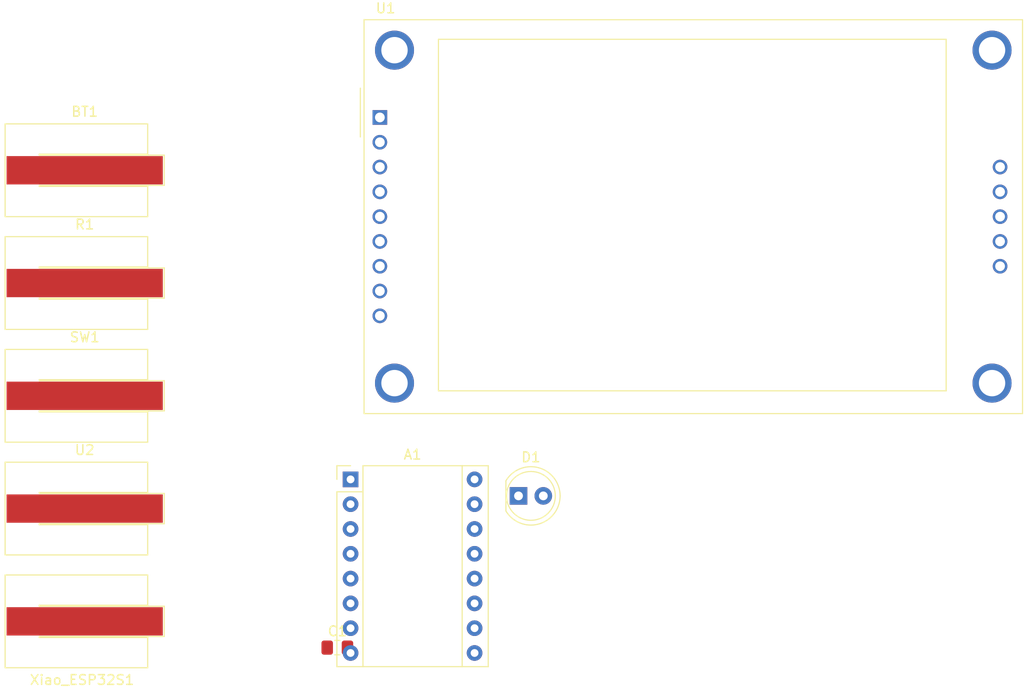
<source format=kicad_pcb>
(kicad_pcb (version 20240108) (generator "pcbnew") (generator_version "8.0")
  (layers (0 "F.Cu" signal) (31 "B.Cu" signal) (34 "B.Paste" user) (35 "F.Paste" user) (36 "B.SilkS" user "B.Silkscreen") (37 "F.SilkS" user "F.Silkscreen") (38 "B.Mask" user) (39 "F.Mask" user) (44 "Edge.Cuts" user))
  (net 0 "")
  (net 4 "/GND")
  (net 6 "Net-(A1-VMOT)")
  (net 8 "Net-(A1-~{ENABLE})")
  (net 12 "/SCL")
  (net 14 "Net-(A1-DIR)")
  (net 17 "Net-(BT1-+)")
  (net 18 "Net-(D1-K)")
  (net 19 "Net-(Xiao_ESP32S1-D3)")
  (net 20 "Net-(U1-~{CS})")
  (net 21 "Net-(U1-MISO)")
  (net 23 "/VCC")
  (net 26 "Net-(U1-SCK)")
  (net 28 "Net-(U1-MOSI)")
  (net 30 "Net-(U1-D{slash}~{C})")
  (net 31 "Net-(U1-RESET)")
  (footprint "Battery:BatteryHolder_Keystone_2993" (layer "F.Cu") (at 43.27 46.8)
    (property "Reference" "BT1" (at 0 -6 0) (layer "F.SilkS"))
    (property "Value" "Battery_Cell")
    (fp_line (start -8.15 -4.75) (end -8.15 4.75) (stroke (width 0.12)) (layer "F.SilkS"))
    (fp_line (start -8.15 -4.75) (end 6.45 -4.75) (stroke (width 0.12)) (layer "F.SilkS"))
    (fp_line (start -8.15 4.75) (end 6.45 4.75) (stroke (width 0.12)) (layer "F.SilkS"))
    (fp_line (start -4.65 -1.65) (end -4.65 -1.55) (stroke (width 0.12)) (layer "F.SilkS"))
    (fp_line (start -4.65 -1.55) (end 8.15 -1.55) (stroke (width 0.12)) (layer "F.SilkS"))
    (fp_line (start -4.65 1.55) (end 8.15 1.55) (stroke (width 0.12)) (layer "F.SilkS"))
    (fp_line (start -4.65 1.65) (end -4.65 1.55) (stroke (width 0.12)) (layer "F.SilkS"))
    (fp_line (start 6.45 -4.75) (end 6.45 -1.65) (stroke (width 0.12)) (layer "F.SilkS"))
    (fp_line (start 6.45 -1.65) (end -4.65 -1.65) (stroke (width 0.12)) (layer "F.SilkS"))
    (fp_line (start 6.45 1.65) (end -4.65 1.65) (stroke (width 0.12)) (layer "F.SilkS"))
    (fp_line (start 6.45 4.75) (end 6.45 1.65) (stroke (width 0.12)) (layer "F.SilkS"))
    (fp_line (start 8.15 -1.55) (end 8.15 1.55) (stroke (width 0.12)) (layer "F.SilkS"))
    (pad "1" smd rect (at 0 0) (size 16 2.9) (layers "F.Cu" "F.Paste" "F.Mask") (net 17 "Net-(BT1-+)"))
  )
  (footprint "LED_THT:LED_D5.0mm_IRGrey" (layer "F.Cu") (at 87.7 80.15)
    (property "Reference" "D1" (at 1.27 -3.96 0) (layer "F.SilkS"))
    (property "Value" "LD271")
    (fp_line (start -1.29 -1.545) (end -1.29 1.545) (stroke (width 0.12)) (layer "F.SilkS"))
    (fp_arc (start -1.29 -1.54483) (mid 2.071756 -2.880501) (end 4.26 -0.000048) (stroke (width 0.12)) (layer "F.SilkS"))
    (fp_arc (start 4.26 0.000048) (mid 2.071756 2.880501) (end -1.29 1.54483) (stroke (width 0.12)) (layer "F.SilkS"))
    (fp_circle (center 1.27 0) (end 3.77 0) (stroke (width 0.12)) (fill none) (layer "F.SilkS"))
    (pad "1" thru_hole rect (at 0 0) (size 1.8 1.8) (drill 0.9) (layers "*.Cu" "*.Mask") (net 18 "Net-(D1-K)"))
    (pad "2" thru_hole circle (at 2.54 0) (size 1.8 1.8) (drill 0.9) (layers "*.Cu" "*.Mask") (net 4 "/GND"))
  )
  (footprint "Capacitor_SMD:C_0805_2012Metric_Pad1.18x1.45mm_HandSolder" (layer "F.Cu") (at 69.145 95.69)
    (property "Reference" "C1" (at 0 -1.68 0) (layer "F.SilkS"))
    (property "Value" "10uF")
    (fp_line (start -0.261252 -0.735) (end 0.261252 -0.735) (stroke (width 0.12)) (layer "F.SilkS"))
    (fp_line (start -0.261252 0.735) (end 0.261252 0.735) (stroke (width 0.12)) (layer "F.SilkS"))
    (pad "1" smd roundrect (at -1.0375 0) (size 1.175 1.45) (layers "F.Cu" "F.Paste" "F.Mask") (roundrect_rratio 0.212766) (net 6 "Net-(A1-VMOT)"))
    (pad "2" smd roundrect (at 1.0375 0) (size 1.175 1.45) (layers "F.Cu" "F.Paste" "F.Mask") (roundrect_rratio 0.212766) (net 17 "Net-(BT1-+)"))
  )
  (footprint "Battery:BatteryHolder_Keystone_2993" (layer "F.Cu") (at 43.27 58.35)
    (property "Reference" "R1" (at 0 -6 0) (layer "F.SilkS"))
    (property "Value" "330Ω")
    (fp_line (start -8.15 -4.75) (end -8.15 4.75) (stroke (width 0.12)) (layer "F.SilkS"))
    (fp_line (start -8.15 -4.75) (end 6.45 -4.75) (stroke (width 0.12)) (layer "F.SilkS"))
    (fp_line (start -8.15 4.75) (end 6.45 4.75) (stroke (width 0.12)) (layer "F.SilkS"))
    (fp_line (start -4.65 -1.65) (end -4.65 -1.55) (stroke (width 0.12)) (layer "F.SilkS"))
    (fp_line (start -4.65 -1.55) (end 8.15 -1.55) (stroke (width 0.12)) (layer "F.SilkS"))
    (fp_line (start -4.65 1.55) (end 8.15 1.55) (stroke (width 0.12)) (layer "F.SilkS"))
    (fp_line (start -4.65 1.65) (end -4.65 1.55) (stroke (width 0.12)) (layer "F.SilkS"))
    (fp_line (start 6.45 -4.75) (end 6.45 -1.65) (stroke (width 0.12)) (layer "F.SilkS"))
    (fp_line (start 6.45 -1.65) (end -4.65 -1.65) (stroke (width 0.12)) (layer "F.SilkS"))
    (fp_line (start 6.45 1.65) (end -4.65 1.65) (stroke (width 0.12)) (layer "F.SilkS"))
    (fp_line (start 6.45 4.75) (end 6.45 1.65) (stroke (width 0.12)) (layer "F.SilkS"))
    (fp_line (start 8.15 -1.55) (end 8.15 1.55) (stroke (width 0.12)) (layer "F.SilkS"))
    (pad "1" smd rect (at 0 0) (size 16 2.9) (layers "F.Cu" "F.Paste" "F.Mask") (net 19 "Net-(Xiao_ESP32S1-D3)"))
  )
  (footprint "Module:Pololu_Breakout-16_15.2x20.3mm" (layer "F.Cu") (at 70.5 78.46)
    (property "Reference" "A1" (at 6.35 -2.54 0) (layer "F.SilkS"))
    (property "Value" "Pololu_Breakout_A4988")
    (fp_line (start -1.4 -1.4) (end -1.4 0) (stroke (width 0.12)) (layer "F.SilkS"))
    (fp_line (start -1.4 1.27) (end -1.4 19.18) (stroke (width 0.12)) (layer "F.SilkS"))
    (fp_line (start -1.4 19.18) (end 14.1 19.18) (stroke (width 0.12)) (layer "F.SilkS"))
    (fp_line (start 0 -1.4) (end -1.4 -1.4) (stroke (width 0.12)) (layer "F.SilkS"))
    (fp_line (start 1.27 -1.4) (end 1.27 1.27) (stroke (width 0.12)) (layer "F.SilkS"))
    (fp_line (start 1.27 1.27) (end -1.4 1.27) (stroke (width 0.12)) (layer "F.SilkS"))
    (fp_line (start 1.27 1.27) (end 1.27 19.18) (stroke (width 0.12)) (layer "F.SilkS"))
    (fp_line (start 11.43 -1.4) (end 11.43 19.18) (stroke (width 0.12)) (layer "F.SilkS"))
    (fp_line (start 14.1 -1.4) (end 1.27 -1.4) (stroke (width 0.12)) (layer "F.SilkS"))
    (fp_line (start 14.1 19.18) (end 14.1 -1.4) (stroke (width 0.12)) (layer "F.SilkS"))
    (pad "1" thru_hole rect (at 0 0) (size 1.6 1.6) (drill 0.8) (layers "*.Cu" "*.Mask") (net 4 "/GND"))
    (pad "2" thru_hole oval (at 0 2.54) (size 1.6 1.6) (drill 0.8) (layers "*.Cu" "*.Mask"))
    (pad "3" thru_hole oval (at 0 5.08) (size 1.6 1.6) (drill 0.8) (layers "*.Cu" "*.Mask"))
    (pad "4" thru_hole oval (at 0 7.62) (size 1.6 1.6) (drill 0.8) (layers "*.Cu" "*.Mask"))
    (pad "5" thru_hole oval (at 0 10.16) (size 1.6 1.6) (drill 0.8) (layers "*.Cu" "*.Mask"))
    (pad "6" thru_hole oval (at 0 12.7) (size 1.6 1.6) (drill 0.8) (layers "*.Cu" "*.Mask"))
    (pad "7" thru_hole oval (at 0 15.24) (size 1.6 1.6) (drill 0.8) (layers "*.Cu" "*.Mask"))
    (pad "8" thru_hole oval (at 0 17.78) (size 1.6 1.6) (drill 0.8) (layers "*.Cu" "*.Mask") (net 6 "Net-(A1-VMOT)"))
    (pad "9" thru_hole oval (at 12.7 17.78) (size 1.6 1.6) (drill 0.8) (layers "*.Cu" "*.Mask") (net 8 "Net-(A1-~{ENABLE})"))
    (pad "10" thru_hole oval (at 12.7 15.24) (size 1.6 1.6) (drill 0.8) (layers "*.Cu" "*.Mask"))
    (pad "11" thru_hole oval (at 12.7 12.7) (size 1.6 1.6) (drill 0.8) (layers "*.Cu" "*.Mask"))
    (pad "12" thru_hole oval (at 12.7 10.16) (size 1.6 1.6) (drill 0.8) (layers "*.Cu" "*.Mask"))
    (pad "13" thru_hole oval (at 12.7 7.62) (size 1.6 1.6) (drill 0.8) (layers "*.Cu" "*.Mask"))
    (pad "14" thru_hole oval (at 12.7 5.08) (size 1.6 1.6) (drill 0.8) (layers "*.Cu" "*.Mask"))
    (pad "15" thru_hole oval (at 12.7 2.54) (size 1.6 1.6) (drill 0.8) (layers "*.Cu" "*.Mask") (net 12 "/SCL"))
    (pad "16" thru_hole oval (at 12.7 0) (size 1.6 1.6) (drill 0.8) (layers "*.Cu" "*.Mask") (net 14 "Net-(A1-DIR)"))
  )
  (footprint "Battery:BatteryHolder_Keystone_2993" (layer "F.Cu") (at 43.27 93)
    (property "Reference" "Xiao_ESP32S1" (at -0.27 6 0) (layer "F.SilkS"))
    (property "Value" "~")
    (fp_line (start -8.15 -4.75) (end -8.15 4.75) (stroke (width 0.12)) (layer "F.SilkS"))
    (fp_line (start -8.15 -4.75) (end 6.45 -4.75) (stroke (width 0.12)) (layer "F.SilkS"))
    (fp_line (start -8.15 4.75) (end 6.45 4.75) (stroke (width 0.12)) (layer "F.SilkS"))
    (fp_line (start -4.65 -1.65) (end -4.65 -1.55) (stroke (width 0.12)) (layer "F.SilkS"))
    (fp_line (start -4.65 -1.55) (end 8.15 -1.55) (stroke (width 0.12)) (layer "F.SilkS"))
    (fp_line (start -4.65 1.55) (end 8.15 1.55) (stroke (width 0.12)) (layer "F.SilkS"))
    (fp_line (start -4.65 1.65) (end -4.65 1.55) (stroke (width 0.12)) (layer "F.SilkS"))
    (fp_line (start 6.45 -4.75) (end 6.45 -1.65) (stroke (width 0.12)) (layer "F.SilkS"))
    (fp_line (start 6.45 -1.65) (end -4.65 -1.65) (stroke (width 0.12)) (layer "F.SilkS"))
    (fp_line (start 6.45 1.65) (end -4.65 1.65) (stroke (width 0.12)) (layer "F.SilkS"))
    (fp_line (start 6.45 4.75) (end 6.45 1.65) (stroke (width 0.12)) (layer "F.SilkS"))
    (fp_line (start 8.15 -1.55) (end 8.15 1.55) (stroke (width 0.12)) (layer "F.SilkS"))
    (pad "1" smd rect (at 0 0) (size 16 2.9) (layers "F.Cu" "F.Paste" "F.Mask"))
  )
  (footprint "Display:CR2013-MI2120" (layer "F.Cu") (at 73.5 41.39)
    (property "Reference" "U1" (at 0.59 -11.18 0) (layer "F.SilkS"))
    (property "Value" "CR2013-MI2120")
    (fp_line (start -2 -3) (end -2 2) (stroke (width 0.12)) (layer "F.SilkS"))
    (fp_line (start -1.62 -10.01) (end 65.82 -10.01) (stroke (width 0.12)) (layer "F.SilkS"))
    (fp_line (start -1.62 30.33) (end -1.62 -10.01) (stroke (width 0.12)) (layer "F.SilkS"))
    (fp_line (start 6 -8) (end 58 -8) (stroke (width 0.12)) (layer "F.SilkS"))
    (fp_line (start 6 28) (end 6 -8) (stroke (width 0.12)) (layer "F.SilkS"))
    (fp_line (start 58 -8) (end 58 28) (stroke (width 0.12)) (layer "F.SilkS"))
    (fp_line (start 58 28) (end 6 28) (stroke (width 0.12)) (layer "F.SilkS"))
    (fp_line (start 65.82 -10.01) (end 65.82 30.33) (stroke (width 0.12)) (layer "F.SilkS"))
    (fp_line (start 65.82 30.33) (end -1.62 30.33) (stroke (width 0.12)) (layer "F.SilkS"))
    (pad "" thru_hole circle (at 1.5 -6.89) (size 4 4) (drill 2.7) (layers "*.Cu" "*.Mask"))
    (pad "" thru_hole circle (at 1.5 27.21) (size 4 4) (drill 2.7) (layers "*.Cu" "*.Mask"))
    (pad "" thru_hole circle (at 62.7 -6.89) (size 4 4) (drill 2.7) (layers "*.Cu" "*.Mask"))
    (pad "" thru_hole circle (at 62.7 27.21) (size 4 4) (drill 2.7) (layers "*.Cu" "*.Mask"))
    (pad "1" thru_hole rect (at 0 0) (size 1.5 1.5) (drill 1) (layers "*.Cu" "*.Mask") (net 23 "/VCC"))
    (pad "2" thru_hole circle (at 0 2.54) (size 1.5 1.5) (drill 1) (layers "*.Cu" "*.Mask") (net 4 "/GND"))
    (pad "3" thru_hole circle (at 0 5.08) (size 1.5 1.5) (drill 1) (layers "*.Cu" "*.Mask") (net 20 "Net-(U1-~{CS})"))
    (pad "4" thru_hole circle (at 0 7.62) (size 1.5 1.5) (drill 1) (layers "*.Cu" "*.Mask") (net 31 "Net-(U1-RESET)"))
    (pad "5" thru_hole circle (at 0 10.16) (size 1.5 1.5) (drill 1) (layers "*.Cu" "*.Mask") (net 30 "Net-(U1-D{slash}~{C})"))
    (pad "6" thru_hole circle (at 0 12.7) (size 1.5 1.5) (drill 1) (layers "*.Cu" "*.Mask") (net 28 "Net-(U1-MOSI)"))
    (pad "7" thru_hole circle (at 0 15.24) (size 1.5 1.5) (drill 1) (layers "*.Cu" "*.Mask") (net 26 "Net-(U1-SCK)"))
    (pad "8" thru_hole circle (at 0 17.78) (size 1.5 1.5) (drill 1) (layers "*.Cu" "*.Mask"))
    (pad "9" thru_hole circle (at 0 20.32) (size 1.5 1.5) (drill 1) (layers "*.Cu" "*.Mask") (net 21 "Net-(U1-MISO)"))
    (pad "10" thru_hole circle (at 63.52 5.08) (size 1.5 1.5) (drill 1) (layers "*.Cu" "*.Mask"))
    (pad "11" thru_hole circle (at 63.52 7.62) (size 1.5 1.5) (drill 1) (layers "*.Cu" "*.Mask"))
    (pad "12" thru_hole circle (at 63.52 10.16) (size 1.5 1.5) (drill 1) (layers "*.Cu" "*.Mask"))
    (pad "13" thru_hole circle (at 63.52 12.7) (size 1.5 1.5) (drill 1) (layers "*.Cu" "*.Mask"))
    (pad "14" thru_hole circle (at 63.52 15.24) (size 1.5 1.5) (drill 1) (layers "*.Cu" "*.Mask"))
  )
  (footprint "Battery:BatteryHolder_Keystone_2993" (layer "F.Cu") (at 43.27 81.45)
    (property "Reference" "U2" (at 0 -6 0) (layer "F.SilkS"))
    (property "Value" "OV2640")
    (fp_line (start -8.15 -4.75) (end -8.15 4.75) (stroke (width 0.12)) (layer "F.SilkS"))
    (fp_line (start -8.15 -4.75) (end 6.45 -4.75) (stroke (width 0.12)) (layer "F.SilkS"))
    (fp_line (start -8.15 4.75) (end 6.45 4.75) (stroke (width 0.12)) (layer "F.SilkS"))
    (fp_line (start -4.65 -1.65) (end -4.65 -1.55) (stroke (width 0.12)) (layer "F.SilkS"))
    (fp_line (start -4.65 -1.55) (end 8.15 -1.55) (stroke (width 0.12)) (layer "F.SilkS"))
    (fp_line (start -4.65 1.55) (end 8.15 1.55) (stroke (width 0.12)) (layer "F.SilkS"))
    (fp_line (start -4.65 1.65) (end -4.65 1.55) (stroke (width 0.12)) (layer "F.SilkS"))
    (fp_line (start 6.45 -4.75) (end 6.45 -1.65) (stroke (width 0.12)) (layer "F.SilkS"))
    (fp_line (start 6.45 -1.65) (end -4.65 -1.65) (stroke (width 0.12)) (layer "F.SilkS"))
    (fp_line (start 6.45 1.65) (end -4.65 1.65) (stroke (width 0.12)) (layer "F.SilkS"))
    (fp_line (start 6.45 4.75) (end 6.45 1.65) (stroke (width 0.12)) (layer "F.SilkS"))
    (fp_line (start 8.15 -1.55) (end 8.15 1.55) (stroke (width 0.12)) (layer "F.SilkS"))
    (pad "1" smd rect (at 0 0) (size 16 2.9) (layers "F.Cu" "F.Paste" "F.Mask") (net 12 "/SCL"))
  )
  (footprint "Battery:BatteryHolder_Keystone_2993" (layer "F.Cu") (at 43.27 69.9)
    (property "Reference" "SW1" (at 0 -6 0) (layer "F.SilkS"))
    (property "Value" "SW_MEC_5E")
    (fp_line (start -8.15 -4.75) (end -8.15 4.75) (stroke (width 0.12)) (layer "F.SilkS"))
    (fp_line (start -8.15 -4.75) (end 6.45 -4.75) (stroke (width 0.12)) (layer "F.SilkS"))
    (fp_line (start -8.15 4.75) (end 6.45 4.75) (stroke (width 0.12)) (layer "F.SilkS"))
    (fp_line (start -4.65 -1.65) (end -4.65 -1.55) (stroke (width 0.12)) (layer "F.SilkS"))
    (fp_line (start -4.65 -1.55) (end 8.15 -1.55) (stroke (width 0.12)) (layer "F.SilkS"))
    (fp_line (start -4.65 1.55) (end 8.15 1.55) (stroke (width 0.12)) (layer "F.SilkS"))
    (fp_line (start -4.65 1.65) (end -4.65 1.55) (stroke (width 0.12)) (layer "F.SilkS"))
    (fp_line (start 6.45 -4.75) (end 6.45 -1.65) (stroke (width 0.12)) (layer "F.SilkS"))
    (fp_line (start 6.45 -1.65) (end -4.65 -1.65) (stroke (width 0.12)) (layer "F.SilkS"))
    (fp_line (start 6.45 1.65) (end -4.65 1.65) (stroke (width 0.12)) (layer "F.SilkS"))
    (fp_line (start 6.45 4.75) (end 6.45 1.65) (stroke (width 0.12)) (layer "F.SilkS"))
    (fp_line (start 8.15 -1.55) (end 8.15 1.55) (stroke (width 0.12)) (layer "F.SilkS"))
    (pad "1" smd rect (at 0 0) (size 16 2.9) (layers "F.Cu" "F.Paste" "F.Mask") (net 4 "/GND"))
  )
)
</source>
